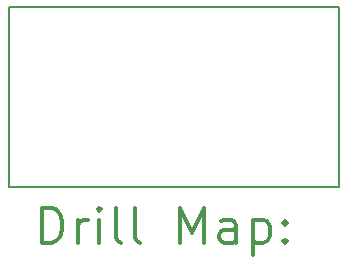
<source format=gbr>
%FSLAX45Y45*%
G04 Gerber Fmt 4.5, Leading zero omitted, Abs format (unit mm)*
G04 Created by KiCad (PCBNEW 5.0.0) date Thu Oct 11 21:07:27 2018*
%MOMM*%
%LPD*%
G01*
G04 APERTURE LIST*
%ADD10C,0.150000*%
%ADD11C,0.200000*%
%ADD12C,0.300000*%
G04 APERTURE END LIST*
D10*
X17907000Y-9398000D02*
X17907000Y-7874000D01*
X20701000Y-9398000D02*
X17907000Y-9398000D01*
X20701000Y-7874000D02*
X20701000Y-9398000D01*
X17907000Y-7874000D02*
X20701000Y-7874000D01*
D11*
D12*
X18185928Y-9871214D02*
X18185928Y-9571214D01*
X18257357Y-9571214D01*
X18300214Y-9585500D01*
X18328786Y-9614072D01*
X18343071Y-9642643D01*
X18357357Y-9699786D01*
X18357357Y-9742643D01*
X18343071Y-9799786D01*
X18328786Y-9828357D01*
X18300214Y-9856929D01*
X18257357Y-9871214D01*
X18185928Y-9871214D01*
X18485928Y-9871214D02*
X18485928Y-9671214D01*
X18485928Y-9728357D02*
X18500214Y-9699786D01*
X18514500Y-9685500D01*
X18543071Y-9671214D01*
X18571643Y-9671214D01*
X18671643Y-9871214D02*
X18671643Y-9671214D01*
X18671643Y-9571214D02*
X18657357Y-9585500D01*
X18671643Y-9599786D01*
X18685928Y-9585500D01*
X18671643Y-9571214D01*
X18671643Y-9599786D01*
X18857357Y-9871214D02*
X18828786Y-9856929D01*
X18814500Y-9828357D01*
X18814500Y-9571214D01*
X19014500Y-9871214D02*
X18985928Y-9856929D01*
X18971643Y-9828357D01*
X18971643Y-9571214D01*
X19357357Y-9871214D02*
X19357357Y-9571214D01*
X19457357Y-9785500D01*
X19557357Y-9571214D01*
X19557357Y-9871214D01*
X19828786Y-9871214D02*
X19828786Y-9714072D01*
X19814500Y-9685500D01*
X19785928Y-9671214D01*
X19728786Y-9671214D01*
X19700214Y-9685500D01*
X19828786Y-9856929D02*
X19800214Y-9871214D01*
X19728786Y-9871214D01*
X19700214Y-9856929D01*
X19685928Y-9828357D01*
X19685928Y-9799786D01*
X19700214Y-9771214D01*
X19728786Y-9756929D01*
X19800214Y-9756929D01*
X19828786Y-9742643D01*
X19971643Y-9671214D02*
X19971643Y-9971214D01*
X19971643Y-9685500D02*
X20000214Y-9671214D01*
X20057357Y-9671214D01*
X20085928Y-9685500D01*
X20100214Y-9699786D01*
X20114500Y-9728357D01*
X20114500Y-9814072D01*
X20100214Y-9842643D01*
X20085928Y-9856929D01*
X20057357Y-9871214D01*
X20000214Y-9871214D01*
X19971643Y-9856929D01*
X20243071Y-9842643D02*
X20257357Y-9856929D01*
X20243071Y-9871214D01*
X20228786Y-9856929D01*
X20243071Y-9842643D01*
X20243071Y-9871214D01*
X20243071Y-9685500D02*
X20257357Y-9699786D01*
X20243071Y-9714072D01*
X20228786Y-9699786D01*
X20243071Y-9685500D01*
X20243071Y-9714072D01*
M02*

</source>
